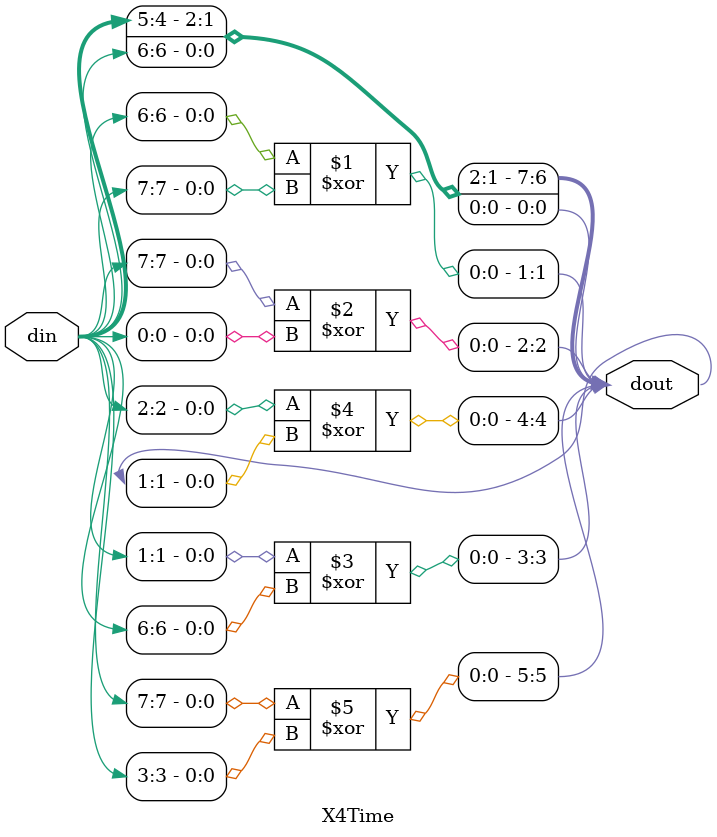
<source format=v>

module AES_MIX_COL (
 MC_IN,
 E_D,
 MC_COUNT_ROUND,
 MC_FINAL_ROUND_COUNT,
 MC_I_MIX_ACTIVE,
 MC_OUT);

 /////   OUTPUT //////////

output [31:0] MC_OUT;

////// INPUT /////////////

input [31:0] MC_IN;
input  E_D;
input  MC_I_MIX_ACTIVE;
input  [3:0] MC_COUNT_ROUND;
input  [3:0] MC_FINAL_ROUND_COUNT;

////  WIRES ///////////////

wire [31:0] wire_in;
wire [31:0] wire_out_mix;
wire [31:0] wire_out_inv_mix;
wire [31:0] wire_out;

                    /// CORE //////////



            //      ----> INPUT GATING    //
assign wire_in = MC_I_MIX_ACTIVE ? MC_IN : 32'bz;

            //      ----> OUTPUT LINE     //
assign MC_OUT = (MC_COUNT_ROUND==MC_FINAL_ROUND_COUNT)? MC_IN : E_D ?  wire_out_mix : wire_out_inv_mix;

            //     -----> E_D GATING    //
assign wire_out = E_D? 32'bz : wire_out_mix;

MixCol 		M1 	(.mix_in(wire_in), .mix_out(wire_out_mix));
InvMixCol 	IM1	(.s_in(wire_in), .w_in(wire_out), .out(wire_out_inv_mix));

endmodule



////////////////                     END OF TOP MODULE                          /////////////////////////


 
////////////////////////////////////     SUB-MODULES   ///////////////////////////////////////////


module MixCol( mix_out, mix_in);

input   [31:0] mix_in;
output  [31:0] mix_out;

wire    [7:0]  w0, w1, w2, w3;
wire    [7:0]  out0, out1, out2, out3;

XTime X0 (.in1(mix_in[31:24]), .in2(mix_in[23:16]), .XTout(out0), .w(w0));
XTime X1 (.in1(mix_in[23:16]), .in2(mix_in[15:8]), .XTout(out1), .w(w1));
XTime X2 (.in1(mix_in[15:8]), .in2(mix_in[7:0]), .XTout(out2), .w(w2));
XTime X3 (.in1(mix_in[7:0]), .in2(mix_in[31:24]), .XTout(out3), .w(w3));

assign mix_out[31:24]  = out0 ^ (mix_in[23:16] ^ w2);
assign mix_out[23:16]  = out1 ^ (mix_in[15:8]  ^ w3);
assign mix_out[15:8]   = out2 ^ (mix_in[7:0]   ^ w0);
assign mix_out[7:0]    = out3 ^ (mix_in[31:24] ^ w1);

endmodule

//////////////////////////////////////////////////////////////////////////////////


module XTime(in1, in2, XTout, w);

input   [7:0] in1, in2;
output  [7:0] XTout, w;

assign w = in1 ^ in2;
mixmulx2 m1 (.dout(XTout), .din(w));

endmodule
//////////////////////////////////////////////////////////////////////////////////


module mixmulx2 (dout,din);

input [7:0] din;
output [7:0] dout;

assign dout[0] = din[7];
xor x1(dout[1],din[0],din[7]);
assign dout[2] = din[1];
xor x2(dout[3],din[2],din[7]);
xor x3(dout[4],din[3],din[7]);
assign dout[5] = din[4];
assign dout[6] = din[5];
assign dout[7] = din[6];

endmodule

///////////////////////////////////////////////////////////////////////////////

module InvMixCol(s_in, w_in, out);

input 	[31:0] s_in, w_in; 

output 	[31:0] out;

wire 		[ 7:0] w0, w1, w_out, w;

X4Time X0 (.din(s_in[31:24] ^ s_in[15: 8]), .dout(w0));
X4Time X1 (.din(s_in[23:16] ^ s_in[ 7: 0]), .dout(w1));

XTime XT0 (.in1(w0), .in2(w1), .XTout(w_out), .w(w) );

assign out[31:24] = (w0 ^ w_out) ^ w_in[31:24];
assign out[23:16] = (w1 ^ w_out) ^ w_in[23:16];
assign out[15: 8] = (w0 ^ w_out) ^ w_in[15: 8];
assign out[ 7: 0] = (w1 ^ w_out) ^ w_in[ 7: 0];

endmodule

/////////////////////////////////////////////////////////////////////////////


module X4Time( input [7:0] din, output [7:0] dout);

assign dout[0] = din[6];

xor x1(dout[1],din[6],din[7]);
xor x2(dout[2],din[7],din[0]);
xor x3(dout[3],din[1],din[6]);
xor x4(dout[4],din[2],dout[1]);
xor x5(dout[5],din[7],din[3]);

assign dout[6] = din[4];
assign dout[7] = din[5];

endmodule


</source>
